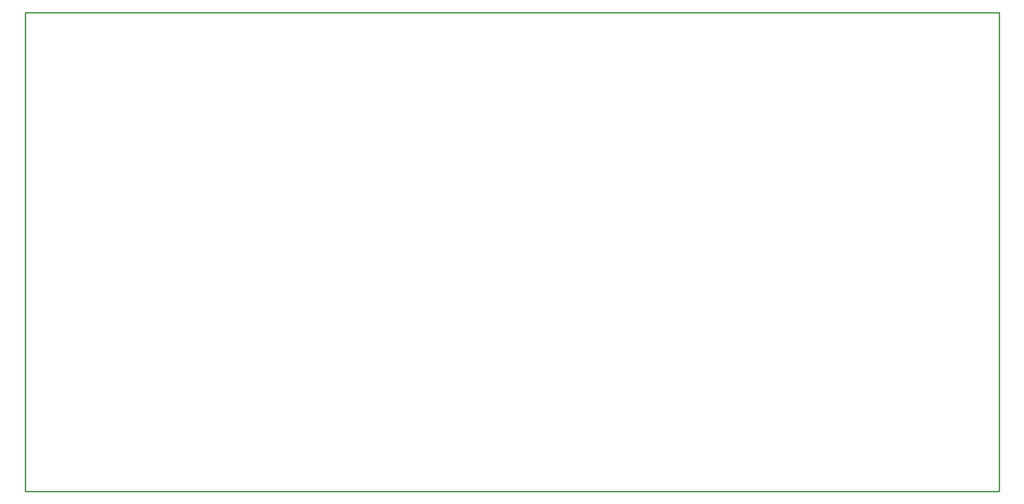
<source format=gbr>
G04 EAGLE Gerber RS-274X export*
G75*
%MOMM*%
%FSLAX34Y34*%
%LPD*%
%IN*%
%IPPOS*%
%AMOC8*
5,1,8,0,0,1.08239X$1,22.5*%
G01*
G04 Define Apertures*
%ADD10C,0.254000*%
D10*
X0Y0D02*
X1830000Y0D01*
X1830000Y900000D01*
X0Y900000D01*
X0Y0D01*
M02*

</source>
